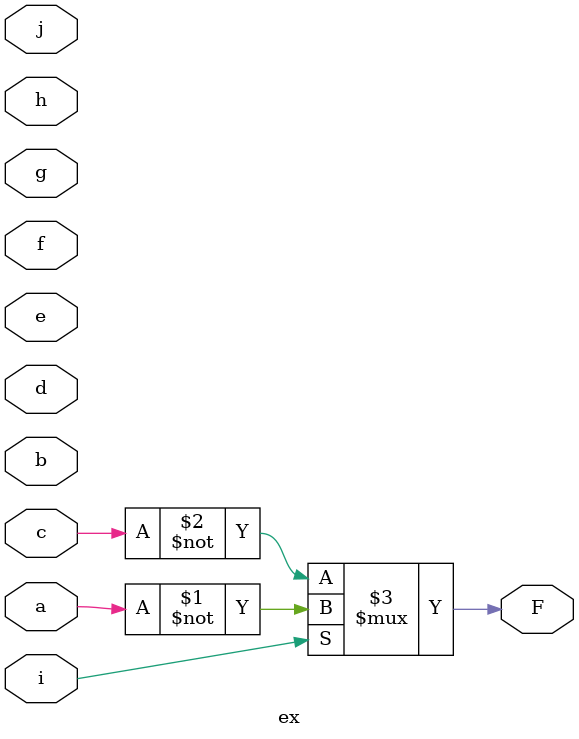
<source format=v>

module ex ( 
    a, b, c, d, e, f, g, h, i, j,
    F  );
  input  a, b, c, d, e, f, g, h, i, j;
  output F;
  assign F = i ? ~a : ~c;
endmodule



</source>
